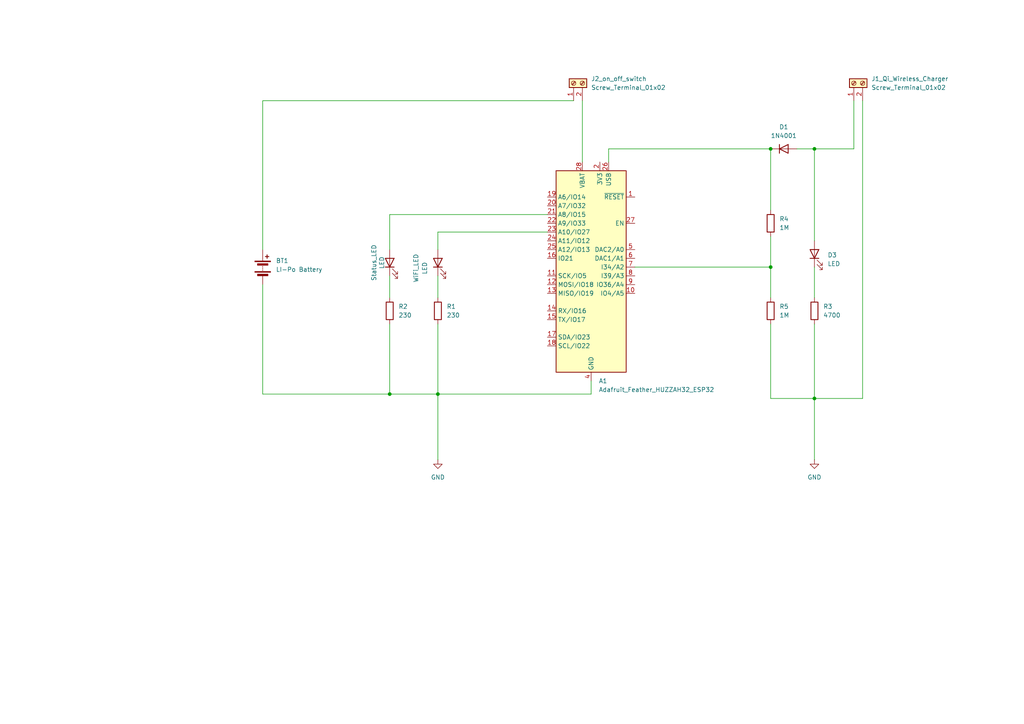
<source format=kicad_sch>
(kicad_sch (version 20231120) (generator "eeschema") (generator_version "8.0")
  (paper "A4")
  (lib_symbols
    (symbol "Connector:Screw_Terminal_01x02" (pin_names (offset 1.016) hide)
      (property "Reference" "J" (at 0 2.54 0))
      (property "Value" "Screw_Terminal_01x02" (at 0 -5.08 0))
      (symbol "Screw_Terminal_01x02_1_1"
        (rectangle (start -1.27 1.27) (end 1.27 -3.81) (stroke (width 0.254)) (fill (type background)))
        (circle (center 0 -2.54) (radius 0.635) (stroke (width 0.1524)))
        (polyline (pts (xy -0.5334 -2.2098) (xy 0.3302 -3.048)) (stroke (width 0.1524)))
        (polyline (pts (xy -0.5334 0.3302) (xy 0.3302 -0.508)) (stroke (width 0.1524)))
        (polyline (pts (xy -0.3556 -2.032) (xy 0.508 -2.8702)) (stroke (width 0.1524)))
        (polyline (pts (xy -0.3556 0.508) (xy 0.508 -0.3302)) (stroke (width 0.1524)))
        (circle (center 0 0) (radius 0.635) (stroke (width 0.1524)))
        (pin passive line (at -5.08 0 0) (length 3.81) (name "Pin_1") (number "1"))
        (pin passive line (at -5.08 -2.54 0) (length 3.81) (name "Pin_2") (number "2"))
      )
    )
    (symbol "Device:Battery" (pin_numbers hide) (pin_names (offset 0) hide)
      (property "Reference" "BT" (at 2.54 2.54 0))
      (property "Value" "Battery" (at 2.54 0 0))
      (symbol "Battery_0_1"
        (rectangle (start -2.286 -1.27) (end 2.286 -1.524) (fill (type outline)))
        (rectangle (start -2.286 1.778) (end 2.286 1.524) (fill (type outline)))
        (rectangle (start -1.524 -2.032) (end 1.524 -2.54) (fill (type outline)))
        (rectangle (start -1.524 1.016) (end 1.524 0.508) (fill (type outline)))
        (polyline (pts (xy 0 -1.016) (xy 0 -0.762)))
        (polyline (pts (xy 0 -0.508) (xy 0 -0.254)))
        (polyline (pts (xy 0 0) (xy 0 0.254)))
        (polyline (pts (xy 0 1.778) (xy 0 2.54)))
        (polyline (pts (xy 0.762 3.048) (xy 1.778 3.048)) (stroke (width 0.254)))
        (polyline (pts (xy 1.27 3.556) (xy 1.27 2.54)) (stroke (width 0.254)))
      )
      (symbol "Battery_1_1"
        (pin passive line (at 0 5.08 270) (length 2.54) (name "+") (number "1"))
        (pin passive line (at 0 -5.08 90) (length 2.54) (name "-") (number "2"))
      )
    )
    (symbol "Device:LED" (pin_numbers hide) (pin_names (offset 1.016) hide)
      (property "Reference" "D" (at 0 2.54 0))
      (property "Value" "LED" (at 0 -2.54 0))
      (symbol "LED_0_1"
        (polyline (pts (xy -1.27 -1.27) (xy -1.27 1.27)) (stroke (width 0.254)))
        (polyline (pts (xy -1.27 0) (xy 1.27 0)))
        (polyline (pts (xy 1.27 -1.27) (xy 1.27 1.27) (xy -1.27 0) (xy 1.27 -1.27)) (stroke (width 0.254)))
        (polyline (pts (xy -3.048 -0.762) (xy -4.572 -2.286) (xy -3.81 -2.286) (xy -4.572 -2.286) (xy -4.572 -1.524)))
        (polyline (pts (xy -1.778 -0.762) (xy -3.302 -2.286) (xy -2.54 -2.286) (xy -3.302 -2.286) (xy -3.302 -1.524)))
      )
      (symbol "LED_1_1"
        (pin passive line (at -3.81 0 0) (length 2.54) (name "K") (number "1"))
        (pin passive line (at 3.81 0 180) (length 2.54) (name "A") (number "2"))
      )
    )
    (symbol "Device:R" (pin_numbers hide) (pin_names (offset 0))
      (property "Reference" "R" (at 2.032 0 90))
      (property "Value" "R" (at 0 0 90))
      (symbol "R_0_1"
        (rectangle (start -1.016 -2.54) (end 1.016 2.54) (stroke (width 0.254)))
      )
      (symbol "R_1_1"
        (pin passive line (at 0 3.81 270) (length 1.27) (name "~") (number "1"))
        (pin passive line (at 0 -3.81 90) (length 1.27) (name "~") (number "2"))
      )
    )
    (symbol "Diode:1N4001" (pin_numbers hide) (pin_names hide)
      (property "Reference" "D" (at 0 2.54 0))
      (property "Value" "1N4001" (at 0 -2.54 0))
      (symbol "1N4001_0_1"
        (polyline (pts (xy -1.27 1.27) (xy -1.27 -1.27)) (stroke (width 0.254)))
        (polyline (pts (xy 1.27 0) (xy -1.27 0)))
        (polyline (pts (xy 1.27 1.27) (xy 1.27 -1.27) (xy -1.27 0) (xy 1.27 1.27)) (stroke (width 0.254)))
      )
      (symbol "1N4001_1_1"
        (pin passive line (at -3.81 0 0) (length 2.54) (name "K") (number "1"))
        (pin passive line (at 3.81 0 180) (length 2.54) (name "A") (number "2"))
      )
    )
    (symbol "MCU_Module:Adafruit_Feather_HUZZAH32_ESP32"
      (property "Reference" "A" (at -10.16 29.21 0))
      (property "Value" "Adafruit_Feather_HUZZAH32_ESP32" (at 2.54 -31.75 0))
      (symbol "Adafruit_Feather_HUZZAH32_ESP32_0_1"
        (rectangle (start -10.16 27.94) (end 10.16 -30.48) (stroke (width 0.254)) (fill (type background)))
      )
      (symbol "Adafruit_Feather_HUZZAH32_ESP32_1_1"
        (pin input line (at 12.7 20.32 180) (length 2.54) (name "~{RESET}") (number "1"))
        (pin bidirectional line (at 12.7 -7.62 180) (length 2.54) (name "IO4/A5") (number "10"))
        (pin bidirectional line (at -12.7 -2.54 0) (length 2.54) (name "SCK/IO5") (number "11"))
        (pin bidirectional line (at -12.7 -5.08 0) (length 2.54) (name "MOSI/IO18") (number "12"))
        (pin bidirectional line (at -12.7 -7.62 0) (length 2.54) (name "MISO/IO19") (number "13"))
        (pin bidirectional line (at -12.7 -12.7 0) (length 2.54) (name "RX/IO16") (number "14"))
        (pin bidirectional line (at -12.7 -15.24 0) (length 2.54) (name "TX/IO17") (number "15"))
        (pin bidirectional line (at -12.7 2.54 0) (length 2.54) (name "IO21") (number "16"))
        (pin bidirectional line (at -12.7 -20.32 0) (length 2.54) (name "SDA/IO23") (number "17"))
        (pin bidirectional line (at -12.7 -22.86 0) (length 2.54) (name "SCL/IO22") (number "18"))
        (pin bidirectional line (at -12.7 20.32 0) (length 2.54) (name "A6/IO14") (number "19"))
        (pin power_in line (at 2.54 30.48 270) (length 2.54) (name "3V3") (number "2"))
        (pin bidirectional line (at -12.7 17.78 0) (length 2.54) (name "A7/IO32") (number "20"))
        (pin bidirectional line (at -12.7 15.24 0) (length 2.54) (name "A8/IO15") (number "21"))
        (pin bidirectional line (at -12.7 12.7 0) (length 2.54) (name "A9/IO33") (number "22"))
        (pin bidirectional line (at -12.7 10.16 0) (length 2.54) (name "A10/IO27") (number "23"))
        (pin bidirectional line (at -12.7 7.62 0) (length 2.54) (name "A11/IO12") (number "24"))
        (pin bidirectional line (at -12.7 5.08 0) (length 2.54) (name "A12/IO13") (number "25"))
        (pin power_in line (at 5.08 30.48 270) (length 2.54) (name "USB") (number "26"))
        (pin input line (at 12.7 12.7 180) (length 2.54) (name "EN") (number "27"))
        (pin power_in line (at -2.54 30.48 270) (length 2.54) (name "VBAT") (number "28"))
        (pin no_connect line (at 10.16 10.16 180) (length 2.54) hide (name "NC") (number "3"))
        (pin power_in line (at 0 -33.02 90) (length 2.54) (name "GND") (number "4"))
        (pin bidirectional line (at 12.7 5.08 180) (length 2.54) (name "DAC2/A0") (number "5"))
        (pin bidirectional line (at 12.7 2.54 180) (length 2.54) (name "DAC1/A1") (number "6"))
        (pin bidirectional line (at 12.7 0 180) (length 2.54) (name "I34/A2") (number "7"))
        (pin bidirectional line (at 12.7 -2.54 180) (length 2.54) (name "I39/A3") (number "8"))
        (pin bidirectional line (at 12.7 -5.08 180) (length 2.54) (name "IO36/A4") (number "9"))
      )
    )
    (symbol "power:GND" (power) (pin_numbers hide) (pin_names (offset 0) hide)
      (property "Value" "GND" (at 0 -3.81 0))
      (symbol "GND_0_1"
        (polyline (pts (xy 0 0) (xy 0 -1.27) (xy 1.27 -1.27) (xy 0 -2.54) (xy -1.27 -1.27) (xy 0 -1.27)))
      )
      (symbol "GND_1_1"
        (pin power_in line (at 0 0 270) (length 0) (name "~") (number "1"))
      )
    )
  )
  (junction (at 223.52 43.18))
  (junction (at 236.22 115.57))
  (junction (at 236.22 43.18))
  (junction (at 113.03 114.3))
  (junction (at 127 114.3))
  (junction (at 223.52 77.47))
  (wire (pts (xy 127 67.31) (xy 158.75 67.31)))
  (wire (pts (xy 236.22 77.47) (xy 236.22 86.36)))
  (wire (pts (xy 223.52 77.47) (xy 223.52 86.36)))
  (wire (pts (xy 113.03 114.3) (xy 127 114.3)))
  (wire (pts (xy 76.2 82.55) (xy 76.2 114.3)))
  (wire (pts (xy 127 80.01) (xy 127 86.36)))
  (wire (pts (xy 236.22 115.57) (xy 236.22 133.35)))
  (wire (pts (xy 250.19 29.21) (xy 250.19 115.57)))
  (wire (pts (xy 113.03 80.01) (xy 113.03 86.36)))
  (wire (pts (xy 176.53 43.18) (xy 176.53 46.99)))
  (wire (pts (xy 184.15 77.47) (xy 223.52 77.47)))
  (wire (pts (xy 113.03 62.23) (xy 158.75 62.23)))
  (wire (pts (xy 168.91 46.99) (xy 168.91 29.21)))
  (wire (pts (xy 236.22 69.85) (xy 236.22 43.18)))
  (wire (pts (xy 127 67.31) (xy 127 72.39)))
  (wire (pts (xy 76.2 114.3) (xy 113.03 114.3)))
  (wire (pts (xy 223.52 43.18) (xy 223.52 60.96)))
  (wire (pts (xy 223.52 93.98) (xy 223.52 115.57)))
  (wire (pts (xy 236.22 43.18) (xy 231.14 43.18)))
  (wire (pts (xy 223.52 115.57) (xy 236.22 115.57)))
  (wire (pts (xy 127 114.3) (xy 171.45 114.3)))
  (wire (pts (xy 247.65 29.21) (xy 247.65 43.18)))
  (wire (pts (xy 127 114.3) (xy 127 93.98)))
  (wire (pts (xy 236.22 93.98) (xy 236.22 115.57)))
  (wire (pts (xy 166.37 29.21) (xy 76.2 29.21)))
  (wire (pts (xy 247.65 43.18) (xy 236.22 43.18)))
  (wire (pts (xy 176.53 43.18) (xy 223.52 43.18)))
  (wire (pts (xy 223.52 68.58) (xy 223.52 77.47)))
  (wire (pts (xy 127 114.3) (xy 127 133.35)))
  (wire (pts (xy 113.03 114.3) (xy 113.03 93.98)))
  (wire (pts (xy 236.22 115.57) (xy 250.19 115.57)))
  (wire (pts (xy 113.03 62.23) (xy 113.03 72.39)))
  (wire (pts (xy 171.45 114.3) (xy 171.45 110.49)))
  (wire (pts (xy 76.2 29.21) (xy 76.2 72.39)))
  (symbol (lib_id "Device:R") (at 127 90.17 0) (unit 1)
    (property "Reference" "R1" (at 129.54 88.8999 0) (effects (justify left)))
    (property "Value" "230" (at 129.54 91.4399 0) (effects (justify left)))
    (property "Description" "Resistor" (effects (hide yes)))
  )
  (symbol (lib_id "MCU_Module:Adafruit_Feather_HUZZAH32_ESP32") (at 171.45 77.47 0) (unit 1)
    (property "Reference" "A1" (at 173.6441 110.49 0) (effects (justify left)))
    (property "Value" "Adafruit_Feather_HUZZAH32_ESP32" (at 173.6441 113.03 0) (effects (justify left)))
    (property "Footprint" "Module:Adafruit_Feather" (effects (hide yes)))
    (property "Datasheet" "https://cdn-learn.adafruit.com/downloads/pdf/adafruit-huzzah32-esp32-feather.pdf" (effects (hide yes)))
    (property "Description" "Microcontroller module with ESP32 MCU" (effects (hide yes)))
  )
  (symbol (lib_id "Device:R") (at 113.03 90.17 0) (unit 1)
    (property "Reference" "R2" (at 115.57 88.8999 0) (effects (justify left)))
    (property "Value" "230" (at 115.57 91.4399 0) (effects (justify left)))
    (property "Description" "Resistor" (effects (hide yes)))
  )
  (symbol (lib_id "Device:LED") (at 113.03 76.2 90) (unit 1)
    (property "Reference" "Status_LED" (at 108.458 76.2 0))
    (property "Value" "LED" (at 110.744 76.2 0))
    (property "Description" "Light emitting diode" (effects (hide yes)))
  )
  (symbol (lib_id "power:GND") (at 236.22 133.35 0) (unit 1)
    (property "Reference" "#PWR02" (effects (hide yes)))
    (property "Value" "GND" (at 236.22 138.43 0))
    (property "Description" "Power symbol creates a global label with name \"GND\" , ground" (effects (hide yes)))
  )
  (symbol (lib_id "Device:LED") (at 236.22 73.66 90) (unit 1)
    (property "Reference" "D3" (at 240.03 73.9774 90) (effects (justify right)))
    (property "Value" "LED" (at 240.03 76.5174 90) (effects (justify right)))
    (property "Description" "Light emitting diode" (effects (hide yes)))
  )
  (symbol (lib_id "Device:Battery") (at 76.2 77.47 0) (unit 1)
    (property "Reference" "BT1" (at 80.01 75.6284 0) (effects (justify left)))
    (property "Value" "LI-Po Battery" (at 80.01 78.1684 0) (effects (justify left)))
    (property "Description" "Multiple-cell battery" (effects (hide yes)))
  )
  (symbol (lib_id "Diode:1N4001") (at 227.33 43.18 0) (unit 1)
    (property "Reference" "D1" (at 227.33 36.83 0))
    (property "Value" "1N4001" (at 227.33 39.37 0))
    (property "Footprint" "Diode_THT:D_DO-41_SOD81_P10.16mm_Horizontal" (effects (hide yes)))
    (property "Datasheet" "http://www.vishay.com/docs/88503/1n4001.pdf" (effects (hide yes)))
    (property "Description" "50V 1A General Purpose Rectifier Diode, DO-41" (effects (hide yes)))
    (property "Sim.Device" "D" (effects (hide yes)))
    (property "Sim.Pins" "1=K 2=A" (effects (hide yes)))
  )
  (symbol (lib_id "Connector:Screw_Terminal_01x02") (at 247.65 24.13 90) (unit 1)
    (property "Reference" "J1_Qi_Wireless_Charger" (at 252.73 22.8599 90) (effects (justify right)))
    (property "Value" "Screw_Terminal_01x02" (at 252.73 25.3999 90) (effects (justify right)))
    (property "Description" "Generic screw terminal, single row, 01x02, script generated (kicad-library-utils/schlib/autogen/connector/)" (effects (hide yes)))
  )
  (symbol (lib_id "Connector:Screw_Terminal_01x02") (at 166.37 24.13 90) (unit 1)
    (property "Reference" "J2_on_off_switch" (at 171.45 22.8599 90) (effects (justify right)))
    (property "Value" "Screw_Terminal_01x02" (at 171.45 25.3999 90) (effects (justify right)))
    (property "Description" "Generic screw terminal, single row, 01x02, script generated (kicad-library-utils/schlib/autogen/connector/)" (effects (hide yes)))
  )
  (symbol (lib_id "Device:R") (at 223.52 64.77 0) (unit 1)
    (property "Reference" "R4" (at 226.06 63.4999 0) (effects (justify left)))
    (property "Value" "1M" (at 226.06 66.0399 0) (effects (justify left)))
    (property "Description" "Resistor" (effects (hide yes)))
  )
  (symbol (lib_id "Device:R") (at 223.52 90.17 0) (unit 1)
    (property "Reference" "R5" (at 226.06 88.8999 0) (effects (justify left)))
    (property "Value" "1M" (at 226.06 91.4399 0) (effects (justify left)))
    (property "Description" "Resistor" (effects (hide yes)))
  )
  (symbol (lib_id "Device:LED") (at 127 76.2 90) (unit 1)
    (property "Reference" "WiFi_LED" (at 120.65 77.7875 0))
    (property "Value" "LED" (at 123.19 77.7875 0))
    (property "Description" "Light emitting diode" (effects (hide yes)))
  )
  (symbol (lib_id "power:GND") (at 127 133.35 0) (unit 1)
    (property "Reference" "#PWR03" (effects (hide yes)))
    (property "Value" "GND" (at 127 138.43 0))
    (property "Description" "Power symbol creates a global label with name \"GND\" , ground" (effects (hide yes)))
  )
  (symbol (lib_id "Device:R") (at 236.22 90.17 0) (unit 1)
    (property "Reference" "R3" (at 238.76 88.8999 0) (effects (justify left)))
    (property "Value" "4700" (at 238.76 91.4399 0) (effects (justify left)))
    (property "Description" "Resistor" (effects (hide yes)))
  )
)
</source>
